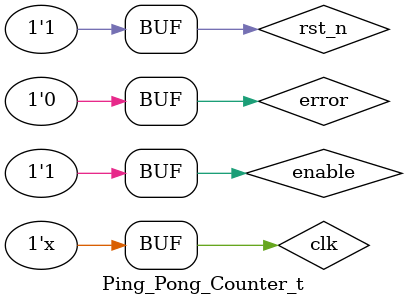
<source format=v>
`timescale 1ns/1ps
module Ping_Pong_Counter_t;
reg clk=1'b0, rst_n=1'b1;
reg enable=1'b0;
wire direction;
wire [3:0] out;

reg error;
parameter cycle =2;

always #(cycle/2) clk=~clk;
Ping_Pong_Counter ping_ping_cnt(
    .clk(clk), 
    .rst_n(rst_n), 
    .enable(enable), 
    .direction(direction), 
    .out(out)
);
initial begin
    error=1'b0;
    rst_n=1'b0;
    enable=1'b0;
    #(4*cycle);
    
    rst_n=1'b1;
    enable=1'b1;
    #(4*cycle);
    repeat (2**4) begin
        #cycle;
    end
    
    enable=1'b0;
    #(4*cycle);
    repeat (2**2) begin
        #cycle;
    end
    
    enable=1'b1;
    #(4*cycle);
    repeat (2**4) begin
        #cycle;
    end
    
    rst_n=1'b0;
    #(4*cycle);
    rst_n=1'b1;
    #(4*cycle);
    repeat (2**4) begin
        #cycle;
    end
end
endmodule
</source>
